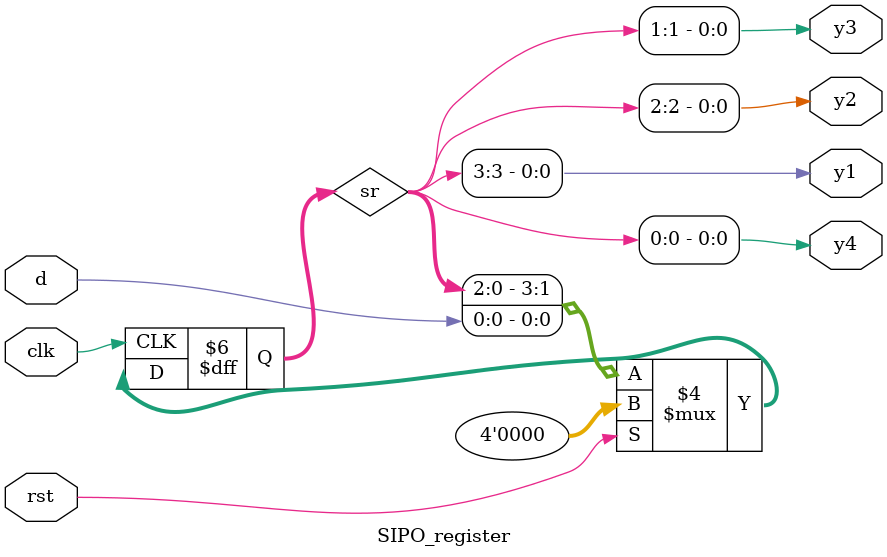
<source format=v>
module SIPO_register(
    input d,
    input clk,
    input rst,
    output y1,
    output y2,
    output y3,
    output y4
);

    reg [3:0]sr = 4'b0000;

    always @(posedge clk) begin
        if(rst)
            sr <= 4'b0000;
        else
            sr <= { sr[2:0], d };
    end

    assign y1 = sr[3];
    assign y2 = sr[2];
    assign y3 = sr[1];
    assign y4 = sr[0];

endmodule

</source>
